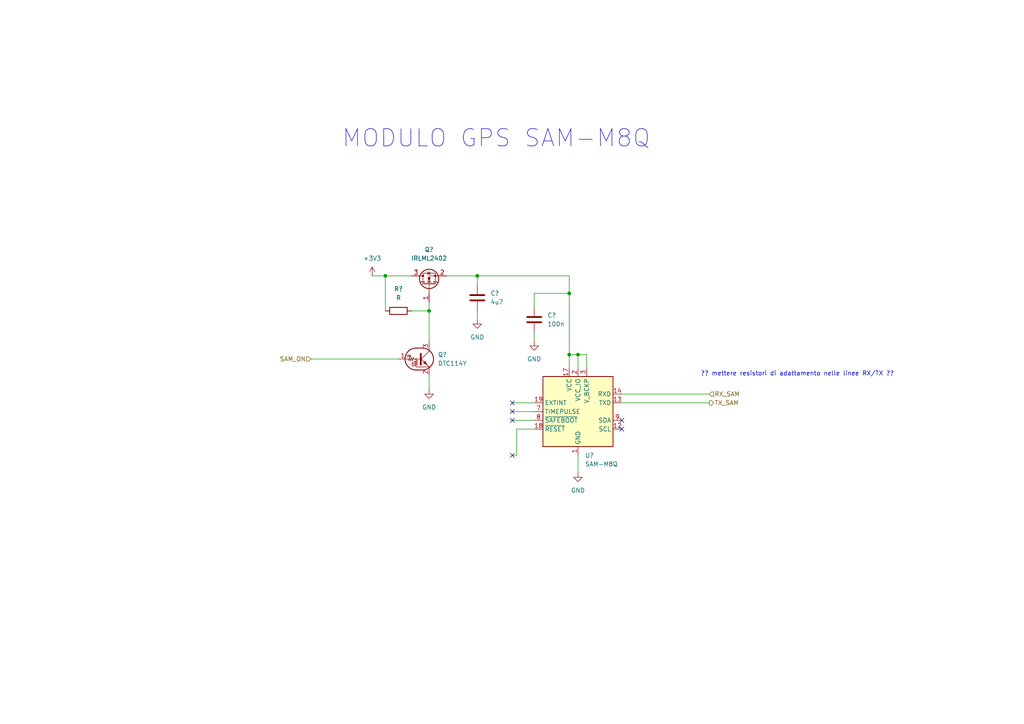
<source format=kicad_sch>
(kicad_sch (version 20211123) (generator eeschema)
  (paper "A4")
  (lib_symbols
    (symbol "Device:C" (pin_numbers hide) (pin_names (offset 0.254))
      (property "Reference" "C" (at 0.635 2.54 0))
      (property "Value" "C" (at 0.635 -2.54 0))
      (symbol "C_0_1"
        (polyline (pts (xy -2.032 -0.762) (xy 2.032 -0.762)) (stroke (width 0.508)))
        (polyline (pts (xy -2.032 0.762) (xy 2.032 0.762)) (stroke (width 0.508)))
      )
      (symbol "C_1_1"
        (pin passive line (at 0 3.81 270) (length 2.794) (name "~") (number "1"))
        (pin passive line (at 0 -3.81 90) (length 2.794) (name "~") (number "2"))
      )
    )
    (symbol "Device:R" (pin_numbers hide) (pin_names (offset 0))
      (property "Reference" "R" (at 2.032 0 90))
      (property "Value" "R" (at 0 0 90))
      (symbol "R_0_1"
        (rectangle (start -1.016 -2.54) (end 1.016 2.54) (stroke (width 0.254)))
      )
      (symbol "R_1_1"
        (pin passive line (at 0 3.81 270) (length 1.27) (name "~") (number "1"))
        (pin passive line (at 0 -3.81 90) (length 1.27) (name "~") (number "2"))
      )
    )
    (symbol "RF_GPS:SAM-M8Q"
      (property "Reference" "U" (at -8.89 11.43 0))
      (property "Value" "SAM-M8Q" (at 8.89 11.43 0))
      (symbol "SAM-M8Q_0_1"
        (rectangle (start -10.16 10.16) (end 10.16 -10.16) (stroke (width 0.254)) (fill (type background)))
      )
      (symbol "SAM-M8Q_1_1"
        (pin power_in line (at 0 -12.7 90) (length 2.54) (name "GND") (number "1"))
        (pin passive line (at 0 -12.7 90) (length 2.54) hide (name "GND") (number "10"))
        (pin passive line (at 0 -12.7 90) (length 2.54) hide (name "GND") (number "11"))
        (pin input line (at 12.7 -5.08 180) (length 2.54) (name "SCL") (number "12"))
        (pin output line (at 12.7 2.54 180) (length 2.54) (name "TXD") (number "13"))
        (pin input line (at 12.7 5.08 180) (length 2.54) (name "RXD") (number "14"))
        (pin passive line (at 0 -12.7 90) (length 2.54) hide (name "GND") (number "15"))
        (pin passive line (at 0 -12.7 90) (length 2.54) hide (name "GND") (number "16"))
        (pin power_in line (at -2.54 12.7 270) (length 2.54) (name "VCC") (number "17"))
        (pin input line (at -12.7 -5.08 0) (length 2.54) (name "~{RESET}") (number "18"))
        (pin input line (at -12.7 2.54 0) (length 2.54) (name "EXTINT") (number "19"))
        (pin power_in line (at 0 12.7 270) (length 2.54) (name "VCC_IO") (number "2"))
        (pin passive line (at 0 -12.7 90) (length 2.54) hide (name "GND") (number "20"))
        (pin power_in line (at 2.54 12.7 270) (length 2.54) (name "V_BCKP") (number "3"))
        (pin passive line (at 0 -12.7 90) (length 2.54) hide (name "GND") (number "4"))
        (pin passive line (at 0 -12.7 90) (length 2.54) hide (name "GND") (number "5"))
        (pin passive line (at 0 -12.7 90) (length 2.54) hide (name "GND") (number "6"))
        (pin output line (at -12.7 0 0) (length 2.54) (name "TIMEPULSE") (number "7"))
        (pin input line (at -12.7 -2.54 0) (length 2.54) (name "~{SAFEBOOT}") (number "8"))
        (pin bidirectional line (at 12.7 -2.54 180) (length 2.54) (name "SDA") (number "9"))
      )
    )
    (symbol "Transistor_BJT:DTC114Y" (pin_names (offset 0) hide)
      (property "Reference" "Q" (at 5.08 1.905 0))
      (property "Value" "DTC114Y" (at 5.08 0 0))
      (symbol "DTC114Y_0_0"
        (text "10k" (at -3.302 0.889 0) (effects (font (size 0.508 0.508))))
        (text "47k" (at -2.159 -1.524 900) (effects (font (size 0.508 0.508))))
      )
      (symbol "DTC114Y_0_1"
        (circle (center -1.27 0) (radius 0.127))
        (arc (start -1.27 3.175) (mid -4.445 0) (end -1.27 -3.175) (stroke (width 0.254)))
        (polyline (pts (xy -3.429 0) (xy -3.81 0)))
        (polyline (pts (xy -1.27 -3.175) (xy 0.635 -3.175)) (stroke (width 0.254)))
        (polyline (pts (xy -1.27 3.175) (xy 0.635 3.175)) (stroke (width 0.254)))
        (polyline (pts (xy 0 -0.254) (xy 2.54 2.286)))
        (polyline (pts (xy 0.127 1.524) (xy 0.127 -1.651)) (stroke (width 0.508)) (fill (type outline)))
        (polyline (pts (xy 2.54 2.286) (xy 2.54 2.54)))
        (polyline (pts (xy 2.54 -2.286) (xy 0 0.254) (xy 0 0.254)))
        (polyline (pts (xy 0.889 -1.143) (xy 1.397 -0.635) (xy 1.905 -1.651) (xy 0.889 -1.143)) (fill (type outline)))
        (polyline (pts (xy 0 0) (xy -1.905 0) (xy -2.032 0.508) (xy -2.286 -0.508) (xy -2.54 0.508) (xy -2.794 -0.508) (xy -3.048 0.508) (xy -3.302 -0.508) (xy -3.429 0)))
        (polyline (pts (xy -1.27 0) (xy -1.27 -0.381) (xy -0.762 -0.508) (xy -1.778 -0.762) (xy -0.762 -1.016) (xy -1.778 -1.27) (xy -0.762 -1.524) (xy -1.778 -1.778) (xy -1.27 -1.905) (xy -1.27 -2.286) (xy 2.54 -2.286)))
        (arc (start 0.635 -3.175) (mid 3.81 0) (end 0.635 3.175) (stroke (width 0.254)))
        (circle (center 2.54 -2.286) (radius 0.127))
      )
      (symbol "DTC114Y_1_1"
        (pin input line (at -6.35 0 0) (length 2.54) (name "B") (number "1"))
        (pin passive line (at 2.54 -5.08 90) (length 2.54) (name "E") (number "2"))
        (pin passive line (at 2.54 5.08 270) (length 2.54) (name "C") (number "3"))
      )
    )
    (symbol "Transistor_FET:IRLML2060" (pin_names hide)
      (property "Reference" "Q" (at 5.08 1.905 0))
      (property "Value" "IRLML2060" (at 5.08 0 0))
      (symbol "IRLML2060_0_1"
        (polyline (pts (xy 0.254 0) (xy -2.54 0)))
        (polyline (pts (xy 0.254 1.905) (xy 0.254 -1.905)) (stroke (width 0.254)))
        (polyline (pts (xy 0.762 -1.27) (xy 0.762 -2.286)) (stroke (width 0.254)))
        (polyline (pts (xy 0.762 0.508) (xy 0.762 -0.508)) (stroke (width 0.254)))
        (polyline (pts (xy 0.762 2.286) (xy 0.762 1.27)) (stroke (width 0.254)))
        (polyline (pts (xy 2.54 2.54) (xy 2.54 1.778)))
        (polyline (pts (xy 2.54 -2.54) (xy 2.54 0) (xy 0.762 0)))
        (polyline (pts (xy 0.762 -1.778) (xy 3.302 -1.778) (xy 3.302 1.778) (xy 0.762 1.778)))
        (polyline (pts (xy 1.016 0) (xy 2.032 0.381) (xy 2.032 -0.381) (xy 1.016 0)) (fill (type outline)))
        (polyline (pts (xy 2.794 0.508) (xy 2.921 0.381) (xy 3.683 0.381) (xy 3.81 0.254)))
        (polyline (pts (xy 3.302 0.381) (xy 2.921 -0.254) (xy 3.683 -0.254) (xy 3.302 0.381)))
        (circle (center 1.651 0) (radius 2.794) (stroke (width 0.254)))
        (circle (center 2.54 -1.778) (radius 0.254) (fill (type outline)))
        (circle (center 2.54 1.778) (radius 0.254) (fill (type outline)))
      )
      (symbol "IRLML2060_1_1"
        (pin input line (at -5.08 0 0) (length 2.54) (name "G") (number "1"))
        (pin passive line (at 2.54 -5.08 90) (length 2.54) (name "S") (number "2"))
        (pin passive line (at 2.54 5.08 270) (length 2.54) (name "D") (number "3"))
      )
    )
    (symbol "power:+3V3" (power) (pin_names (offset 0))
      (property "Value" "+3V3" (at 0 3.556 0))
      (symbol "+3V3_0_1"
        (polyline (pts (xy -0.762 1.27) (xy 0 2.54)))
        (polyline (pts (xy 0 0) (xy 0 2.54)))
        (polyline (pts (xy 0 2.54) (xy 0.762 1.27)))
      )
      (symbol "+3V3_1_1"
        (pin power_in line (at 0 0 90) (length 0) hide (name "+3V3") (number "1"))
      )
    )
    (symbol "power:GND" (power) (pin_names (offset 0))
      (property "Value" "GND" (at 0 -3.81 0))
      (symbol "GND_0_1"
        (polyline (pts (xy 0 0) (xy 0 -1.27) (xy 1.27 -1.27) (xy 0 -2.54) (xy -1.27 -1.27) (xy 0 -1.27)))
      )
      (symbol "GND_1_1"
        (pin power_in line (at 0 0 270) (length 0) hide (name "GND") (number "1"))
      )
    )
  )
  (junction (at 167.64 102.87))
  (junction (at 165.1 102.87))
  (junction (at 111.76 80.01))
  (junction (at 165.1 85.09))
  (junction (at 124.46 90.17))
  (junction (at 138.43 80.01))
  (no_connect (at 148.59 132.08))
  (no_connect (at 180.34 124.46))
  (no_connect (at 180.34 121.92))
  (no_connect (at 148.59 121.92))
  (no_connect (at 148.59 119.38))
  (no_connect (at 148.59 116.84))
  (wire (pts (xy 124.46 90.17) (xy 124.46 87.63)))
  (wire (pts (xy 138.43 80.01) (xy 165.1 80.01)))
  (wire (pts (xy 107.95 80.01) (xy 111.76 80.01)))
  (wire (pts (xy 148.59 121.92) (xy 154.94 121.92)))
  (wire (pts (xy 167.64 102.87) (xy 170.18 102.87)))
  (wire (pts (xy 167.64 102.87) (xy 165.1 102.87)))
  (wire (pts (xy 119.38 90.17) (xy 124.46 90.17)))
  (wire (pts (xy 154.94 96.52) (xy 154.94 99.06)))
  (wire (pts (xy 149.86 124.46) (xy 149.86 132.08)))
  (wire (pts (xy 170.18 102.87) (xy 170.18 106.68)))
  (wire (pts (xy 165.1 102.87) (xy 165.1 106.68)))
  (wire (pts (xy 138.43 90.17) (xy 138.43 92.71)))
  (wire (pts (xy 154.94 88.9) (xy 154.94 85.09)))
  (wire (pts (xy 148.59 116.84) (xy 154.94 116.84)))
  (wire (pts (xy 154.94 85.09) (xy 165.1 85.09)))
  (wire (pts (xy 154.94 124.46) (xy 149.86 124.46)))
  (wire (pts (xy 180.34 116.84) (xy 205.74 116.84)))
  (wire (pts (xy 111.76 80.01) (xy 111.76 90.17)))
  (wire (pts (xy 124.46 90.17) (xy 124.46 99.06)))
  (wire (pts (xy 148.59 132.08) (xy 149.86 132.08)))
  (wire (pts (xy 111.76 80.01) (xy 119.38 80.01)))
  (wire (pts (xy 165.1 85.09) (xy 165.1 102.87)))
  (wire (pts (xy 180.34 114.3) (xy 205.74 114.3)))
  (wire (pts (xy 148.59 119.38) (xy 154.94 119.38)))
  (wire (pts (xy 129.54 80.01) (xy 138.43 80.01)))
  (wire (pts (xy 138.43 80.01) (xy 138.43 82.55)))
  (wire (pts (xy 124.46 109.22) (xy 124.46 113.03)))
  (wire (pts (xy 167.64 132.08) (xy 167.64 137.16)))
  (wire (pts (xy 90.17 104.14) (xy 115.57 104.14)))
  (wire (pts (xy 165.1 80.01) (xy 165.1 85.09)))
  (wire (pts (xy 167.64 106.68) (xy 167.64 102.87)))
  (text "?? mettere resistori di adattamento nelle linee RX/TX ??\n" (at 203.2 109.22 0) (effects (font (size 1.27 1.27)) (justify left bottom)))
  (text "MODULO GPS SAM-M8Q" (at 99.06 43.18 0) (effects (font (size 5 5)) (justify left bottom)))
  (hierarchical_label "SAM_ON" (shape input) (at 90.17 104.14 180))
  (hierarchical_label "TX_SAM" (shape output) (at 205.74 116.84 0))
  (hierarchical_label "RX_SAM" (shape input) (at 205.74 114.3 0))
  (symbol (lib_id "power:+3V3") (at 107.95 80.01 0) (unit 1)
    (property "Reference" "#PWR?" (effects hide))
    (property "Value" "+3V3" (at 107.95 74.93 0))
  )
  (symbol (lib_id "power:GND") (at 167.64 137.16 0) (unit 1)
    (property "Reference" "#PWR?" (effects hide))
    (property "Value" "GND" (at 167.64 142.24 0))
  )
  (symbol (lib_id "power:GND") (at 154.94 99.06 0) (unit 1)
    (property "Reference" "#PWR?" (effects hide))
    (property "Value" "GND" (at 154.94 104.14 0))
  )
  (symbol (lib_id "Transistor_FET:IRLML2060") (at 124.46 82.55 90) (unit 1)
    (property "Reference" "Q?" (at 124.46 72.39 90))
    (property "Value" "IRLML2402" (at 124.46 74.93 90))
    (property "Footprint" "Package_TO_SOT_SMD:SOT-23" (effects hide))
    (property "Datasheet" "https://www.infineon.com/dgdl/irlml2060pbf.pdf?fileId=5546d462533600a401535664b7fb25ee" (effects hide))
  )
  (symbol (lib_id "Device:C") (at 154.94 92.71 0) (unit 1)
    (property "Reference" "C?" (at 158.75 91.4399 0) (effects (justify left)))
    (property "Value" "100n" (at 158.75 93.9799 0) (effects (justify left)))
  )
  (symbol (lib_id "Device:R") (at 115.57 90.17 90) (unit 1)
    (property "Reference" "R?" (at 115.57 83.82 90))
    (property "Value" "R" (at 115.57 86.36 90))
  )
  (symbol (lib_id "Transistor_BJT:DTC114Y") (at 121.92 104.14 0) (unit 1)
    (property "Reference" "Q?" (at 127 102.8699 0) (effects (justify left)))
    (property "Value" "DTC114Y" (at 127 105.4099 0) (effects (justify left)))
  )
  (symbol (lib_id "RF_GPS:SAM-M8Q") (at 167.64 119.38 0) (unit 1)
    (property "Reference" "U?" (at 169.6594 132.08 0) (effects (justify left)))
    (property "Value" "SAM-M8Q" (at 169.6594 134.62 0) (effects (justify left)))
    (property "Footprint" "RF_GPS:ublox_SAM-M8Q" (effects hide))
    (property "Datasheet" "https://www.u-blox.com/sites/default/files/SAM-M8Q_DataSheet_%28UBX-16012619%29.pdf" (effects hide))
  )
  (symbol (lib_id "power:GND") (at 124.46 113.03 0) (unit 1)
    (property "Reference" "#PWR?" (effects hide))
    (property "Value" "GND" (at 124.46 118.11 0))
  )
  (symbol (lib_id "Device:C") (at 138.43 86.36 0) (unit 1)
    (property "Reference" "C?" (at 142.24 85.0899 0) (effects (justify left)))
    (property "Value" "4u7" (at 142.24 87.6299 0) (effects (justify left)))
  )
  (symbol (lib_id "power:GND") (at 138.43 92.71 0) (unit 1)
    (property "Reference" "#PWR?" (effects hide))
    (property "Value" "GND" (at 138.43 97.79 0))
  )
)
</source>
